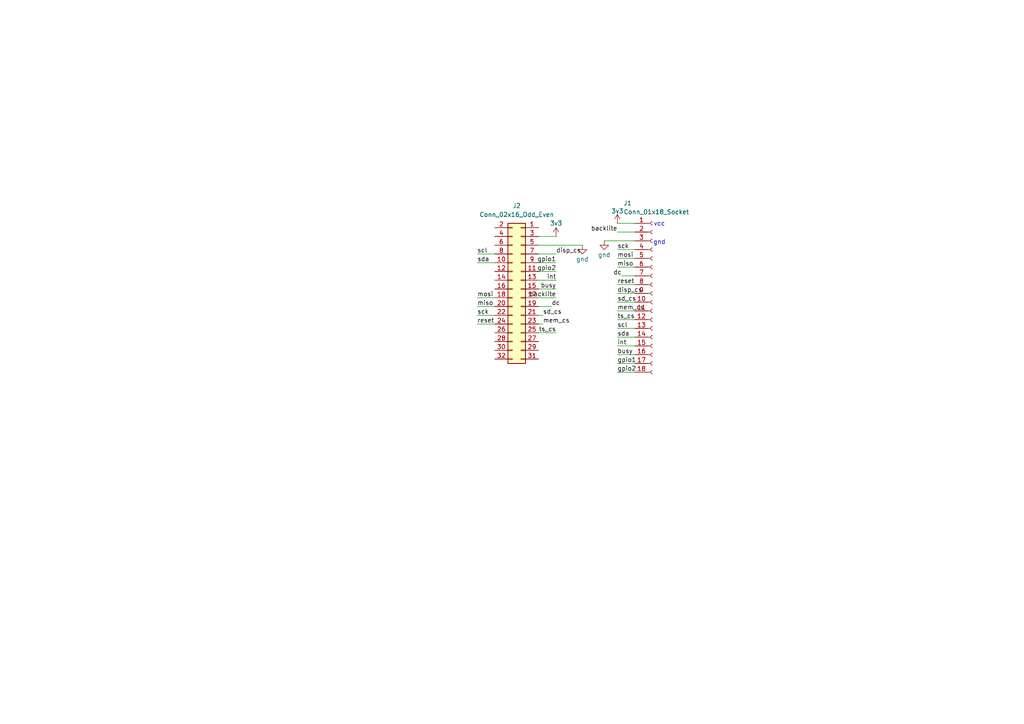
<source format=kicad_sch>
(kicad_sch (version 20250114) (generator "eeschema") (generator_version "9.0")
  (paper "A4")
  (lib_symbols
    (symbol "Connector:Conn_01x18_Socket" (pin_names (offset 1.016) (hide yes))
      (property "Reference" "J" (at 0 22.86 0))
      (property "Value" "Conn_01x18_Socket" (at 0 -25.4 0))
      (symbol "Conn_01x18_Socket_1_1"
        (polyline (pts (xy -1.27 20.32) (xy -0.508 20.32)) (stroke (width 0.1524)))
        (polyline (pts (xy -1.27 17.78) (xy -0.508 17.78)) (stroke (width 0.1524)))
        (polyline (pts (xy -1.27 15.24) (xy -0.508 15.24)) (stroke (width 0.1524)))
        (polyline (pts (xy -1.27 12.7) (xy -0.508 12.7)) (stroke (width 0.1524)))
        (polyline (pts (xy -1.27 10.16) (xy -0.508 10.16)) (stroke (width 0.1524)))
        (polyline (pts (xy -1.27 7.62) (xy -0.508 7.62)) (stroke (width 0.1524)))
        (polyline (pts (xy -1.27 5.08) (xy -0.508 5.08)) (stroke (width 0.1524)))
        (polyline (pts (xy -1.27 2.54) (xy -0.508 2.54)) (stroke (width 0.1524)))
        (polyline (pts (xy -1.27 0) (xy -0.508 0)) (stroke (width 0.1524)))
        (polyline (pts (xy -1.27 -2.54) (xy -0.508 -2.54)) (stroke (width 0.1524)))
        (polyline (pts (xy -1.27 -5.08) (xy -0.508 -5.08)) (stroke (width 0.1524)))
        (polyline (pts (xy -1.27 -7.62) (xy -0.508 -7.62)) (stroke (width 0.1524)))
        (polyline (pts (xy -1.27 -10.16) (xy -0.508 -10.16)) (stroke (width 0.1524)))
        (polyline (pts (xy -1.27 -12.7) (xy -0.508 -12.7)) (stroke (width 0.1524)))
        (polyline (pts (xy -1.27 -15.24) (xy -0.508 -15.24)) (stroke (width 0.1524)))
        (polyline (pts (xy -1.27 -17.78) (xy -0.508 -17.78)) (stroke (width 0.1524)))
        (polyline (pts (xy -1.27 -20.32) (xy -0.508 -20.32)) (stroke (width 0.1524)))
        (polyline (pts (xy -1.27 -22.86) (xy -0.508 -22.86)) (stroke (width 0.1524)))
        (arc (start 0 19.812) (mid -0.5058 20.32) (end 0 20.828) (stroke (width 0.1524)))
        (arc (start 0 17.272) (mid -0.5058 17.78) (end 0 18.288) (stroke (width 0.1524)))
        (arc (start 0 14.732) (mid -0.5058 15.24) (end 0 15.748) (stroke (width 0.1524)))
        (arc (start 0 12.192) (mid -0.5058 12.7) (end 0 13.208) (stroke (width 0.1524)))
        (arc (start 0 9.652) (mid -0.5058 10.16) (end 0 10.668) (stroke (width 0.1524)))
        (arc (start 0 7.112) (mid -0.5058 7.62) (end 0 8.128) (stroke (width 0.1524)))
        (arc (start 0 4.572) (mid -0.5058 5.08) (end 0 5.588) (stroke (width 0.1524)))
        (arc (start 0 2.032) (mid -0.5058 2.54) (end 0 3.048) (stroke (width 0.1524)))
        (arc (start 0 -0.508) (mid -0.5058 0) (end 0 0.508) (stroke (width 0.1524)))
        (arc (start 0 -3.048) (mid -0.5058 -2.54) (end 0 -2.032) (stroke (width 0.1524)))
        (arc (start 0 -5.588) (mid -0.5058 -5.08) (end 0 -4.572) (stroke (width 0.1524)))
        (arc (start 0 -8.128) (mid -0.5058 -7.62) (end 0 -7.112) (stroke (width 0.1524)))
        (arc (start 0 -10.668) (mid -0.5058 -10.16) (end 0 -9.652) (stroke (width 0.1524)))
        (arc (start 0 -13.208) (mid -0.5058 -12.7) (end 0 -12.192) (stroke (width 0.1524)))
        (arc (start 0 -15.748) (mid -0.5058 -15.24) (end 0 -14.732) (stroke (width 0.1524)))
        (arc (start 0 -18.288) (mid -0.5058 -17.78) (end 0 -17.272) (stroke (width 0.1524)))
        (arc (start 0 -20.828) (mid -0.5058 -20.32) (end 0 -19.812) (stroke (width 0.1524)))
        (arc (start 0 -23.368) (mid -0.5058 -22.86) (end 0 -22.352) (stroke (width 0.1524)))
        (pin passive line (at -5.08 20.32 0) (length 3.81) (name "Pin_1") (number "1"))
        (pin passive line (at -5.08 17.78 0) (length 3.81) (name "Pin_2") (number "2"))
        (pin passive line (at -5.08 15.24 0) (length 3.81) (name "Pin_3") (number "3"))
        (pin passive line (at -5.08 12.7 0) (length 3.81) (name "Pin_4") (number "4"))
        (pin passive line (at -5.08 10.16 0) (length 3.81) (name "Pin_5") (number "5"))
        (pin passive line (at -5.08 7.62 0) (length 3.81) (name "Pin_6") (number "6"))
        (pin passive line (at -5.08 5.08 0) (length 3.81) (name "Pin_7") (number "7"))
        (pin passive line (at -5.08 2.54 0) (length 3.81) (name "Pin_8") (number "8"))
        (pin passive line (at -5.08 0 0) (length 3.81) (name "Pin_9") (number "9"))
        (pin passive line (at -5.08 -2.54 0) (length 3.81) (name "Pin_10") (number "10"))
        (pin passive line (at -5.08 -5.08 0) (length 3.81) (name "Pin_11") (number "11"))
        (pin passive line (at -5.08 -7.62 0) (length 3.81) (name "Pin_12") (number "12"))
        (pin passive line (at -5.08 -10.16 0) (length 3.81) (name "Pin_13") (number "13"))
        (pin passive line (at -5.08 -12.7 0) (length 3.81) (name "Pin_14") (number "14"))
        (pin passive line (at -5.08 -15.24 0) (length 3.81) (name "Pin_15") (number "15"))
        (pin passive line (at -5.08 -17.78 0) (length 3.81) (name "Pin_16") (number "16"))
        (pin passive line (at -5.08 -20.32 0) (length 3.81) (name "Pin_17") (number "17"))
        (pin passive line (at -5.08 -22.86 0) (length 3.81) (name "Pin_18") (number "18"))
      )
    )
    (symbol "Connector_Generic:Conn_02x16_Odd_Even" (pin_names (offset 1.016) (hide yes))
      (property "Reference" "J" (at 1.27 20.32 0))
      (property "Value" "Conn_02x16_Odd_Even" (at 1.27 -22.86 0))
      (symbol "Conn_02x16_Odd_Even_1_1"
        (rectangle (start -1.27 19.05) (end 3.81 -21.59) (stroke (width 0.254)) (fill (type background)))
        (rectangle (start -1.27 17.907) (end 0 17.653) (stroke (width 0.1524)))
        (rectangle (start -1.27 15.367) (end 0 15.113) (stroke (width 0.1524)))
        (rectangle (start -1.27 12.827) (end 0 12.573) (stroke (width 0.1524)))
        (rectangle (start -1.27 10.287) (end 0 10.033) (stroke (width 0.1524)))
        (rectangle (start -1.27 7.747) (end 0 7.493) (stroke (width 0.1524)))
        (rectangle (start -1.27 5.207) (end 0 4.953) (stroke (width 0.1524)))
        (rectangle (start -1.27 2.667) (end 0 2.413) (stroke (width 0.1524)))
        (rectangle (start -1.27 0.127) (end 0 -0.127) (stroke (width 0.1524)))
        (rectangle (start -1.27 -2.413) (end 0 -2.667) (stroke (width 0.1524)))
        (rectangle (start -1.27 -4.953) (end 0 -5.207) (stroke (width 0.1524)))
        (rectangle (start -1.27 -7.493) (end 0 -7.747) (stroke (width 0.1524)))
        (rectangle (start -1.27 -10.033) (end 0 -10.287) (stroke (width 0.1524)))
        (rectangle (start -1.27 -12.573) (end 0 -12.827) (stroke (width 0.1524)))
        (rectangle (start -1.27 -15.113) (end 0 -15.367) (stroke (width 0.1524)))
        (rectangle (start -1.27 -17.653) (end 0 -17.907) (stroke (width 0.1524)))
        (rectangle (start -1.27 -20.193) (end 0 -20.447) (stroke (width 0.1524)))
        (rectangle (start 3.81 17.907) (end 2.54 17.653) (stroke (width 0.1524)))
        (rectangle (start 3.81 15.367) (end 2.54 15.113) (stroke (width 0.1524)))
        (rectangle (start 3.81 12.827) (end 2.54 12.573) (stroke (width 0.1524)))
        (rectangle (start 3.81 10.287) (end 2.54 10.033) (stroke (width 0.1524)))
        (rectangle (start 3.81 7.747) (end 2.54 7.493) (stroke (width 0.1524)))
        (rectangle (start 3.81 5.207) (end 2.54 4.953) (stroke (width 0.1524)))
        (rectangle (start 3.81 2.667) (end 2.54 2.413) (stroke (width 0.1524)))
        (rectangle (start 3.81 0.127) (end 2.54 -0.127) (stroke (width 0.1524)))
        (rectangle (start 3.81 -2.413) (end 2.54 -2.667) (stroke (width 0.1524)))
        (rectangle (start 3.81 -4.953) (end 2.54 -5.207) (stroke (width 0.1524)))
        (rectangle (start 3.81 -7.493) (end 2.54 -7.747) (stroke (width 0.1524)))
        (rectangle (start 3.81 -10.033) (end 2.54 -10.287) (stroke (width 0.1524)))
        (rectangle (start 3.81 -12.573) (end 2.54 -12.827) (stroke (width 0.1524)))
        (rectangle (start 3.81 -15.113) (end 2.54 -15.367) (stroke (width 0.1524)))
        (rectangle (start 3.81 -17.653) (end 2.54 -17.907) (stroke (width 0.1524)))
        (rectangle (start 3.81 -20.193) (end 2.54 -20.447) (stroke (width 0.1524)))
        (pin passive line (at -5.08 17.78 0) (length 3.81) (name "Pin_1") (number "1"))
        (pin passive line (at -5.08 15.24 0) (length 3.81) (name "Pin_3") (number "3"))
        (pin passive line (at -5.08 12.7 0) (length 3.81) (name "Pin_5") (number "5"))
        (pin passive line (at -5.08 10.16 0) (length 3.81) (name "Pin_7") (number "7"))
        (pin passive line (at -5.08 7.62 0) (length 3.81) (name "Pin_9") (number "9"))
        (pin passive line (at -5.08 5.08 0) (length 3.81) (name "Pin_11") (number "11"))
        (pin passive line (at -5.08 2.54 0) (length 3.81) (name "Pin_13") (number "13"))
        (pin passive line (at -5.08 0 0) (length 3.81) (name "Pin_15") (number "15"))
        (pin passive line (at -5.08 -2.54 0) (length 3.81) (name "Pin_17") (number "17"))
        (pin passive line (at -5.08 -5.08 0) (length 3.81) (name "Pin_19") (number "19"))
        (pin passive line (at -5.08 -7.62 0) (length 3.81) (name "Pin_21") (number "21"))
        (pin passive line (at -5.08 -10.16 0) (length 3.81) (name "Pin_23") (number "23"))
        (pin passive line (at -5.08 -12.7 0) (length 3.81) (name "Pin_25") (number "25"))
        (pin passive line (at -5.08 -15.24 0) (length 3.81) (name "Pin_27") (number "27"))
        (pin passive line (at -5.08 -17.78 0) (length 3.81) (name "Pin_29") (number "29"))
        (pin passive line (at -5.08 -20.32 0) (length 3.81) (name "Pin_31") (number "31"))
        (pin passive line (at 7.62 17.78 180) (length 3.81) (name "Pin_2") (number "2"))
        (pin passive line (at 7.62 15.24 180) (length 3.81) (name "Pin_4") (number "4"))
        (pin passive line (at 7.62 12.7 180) (length 3.81) (name "Pin_6") (number "6"))
        (pin passive line (at 7.62 10.16 180) (length 3.81) (name "Pin_8") (number "8"))
        (pin passive line (at 7.62 7.62 180) (length 3.81) (name "Pin_10") (number "10"))
        (pin passive line (at 7.62 5.08 180) (length 3.81) (name "Pin_12") (number "12"))
        (pin passive line (at 7.62 2.54 180) (length 3.81) (name "Pin_14") (number "14"))
        (pin passive line (at 7.62 0 180) (length 3.81) (name "Pin_16") (number "16"))
        (pin passive line (at 7.62 -2.54 180) (length 3.81) (name "Pin_18") (number "18"))
        (pin passive line (at 7.62 -5.08 180) (length 3.81) (name "Pin_20") (number "20"))
        (pin passive line (at 7.62 -7.62 180) (length 3.81) (name "Pin_22") (number "22"))
        (pin passive line (at 7.62 -10.16 180) (length 3.81) (name "Pin_24") (number "24"))
        (pin passive line (at 7.62 -12.7 180) (length 3.81) (name "Pin_26") (number "26"))
        (pin passive line (at 7.62 -15.24 180) (length 3.81) (name "Pin_28") (number "28"))
        (pin passive line (at 7.62 -17.78 180) (length 3.81) (name "Pin_30") (number "30"))
        (pin passive line (at 7.62 -20.32 180) (length 3.81) (name "Pin_32") (number "32"))
      )
    )
    (symbol "power:+3V3" (power) (pin_numbers (hide yes)) (pin_names (offset 0) (hide yes))
      (property "Value" "+3V3" (at 0 3.556 0))
      (symbol "+3V3_0_1"
        (polyline (pts (xy -0.762 1.27) (xy 0 2.54)))
        (polyline (pts (xy 0 2.54) (xy 0.762 1.27)))
        (polyline (pts (xy 0 0) (xy 0 2.54)))
      )
      (symbol "+3V3_1_1"
        (pin power_in line (at 0 0 90) (length 0) (name "~") (number "1"))
      )
    )
    (symbol "power:GND" (power) (pin_numbers (hide yes)) (pin_names (offset 0) (hide yes))
      (property "Value" "GND" (at 0 -3.81 0))
      (symbol "GND_0_1"
        (polyline (pts (xy 0 0) (xy 0 -1.27) (xy 1.27 -1.27) (xy 0 -2.54) (xy -1.27 -1.27) (xy 0 -1.27)))
      )
      (symbol "GND_1_1"
        (pin power_in line (at 0 0 270) (length 0) (name "~") (number "1"))
      )
    )
  )
  (text "gnd" (at 191.262 70.358 0) (effects (font (size 1.27 1.27))))
  (text "vcc" (at 191.262 65.024 0) (effects (font (size 1.27 1.27))))
  (wire (pts (xy 179.07 74.93) (xy 184.15 74.93)))
  (wire (pts (xy 179.07 95.25) (xy 184.15 95.25)))
  (wire (pts (xy 179.07 64.77) (xy 184.15 64.77)))
  (wire (pts (xy 184.15 72.39) (xy 179.07 72.39)))
  (wire (pts (xy 179.07 87.63) (xy 184.15 87.63)))
  (wire (pts (xy 138.43 93.98) (xy 143.51 93.98)))
  (wire (pts (xy 161.29 78.74) (xy 156.21 78.74)))
  (wire (pts (xy 161.29 86.36) (xy 156.21 86.36)))
  (wire (pts (xy 179.07 102.87) (xy 184.15 102.87)))
  (wire (pts (xy 161.29 76.2) (xy 156.21 76.2)))
  (wire (pts (xy 179.07 92.71) (xy 184.15 92.71)))
  (wire (pts (xy 179.07 85.09) (xy 184.15 85.09)))
  (wire (pts (xy 184.15 69.85) (xy 175.26 69.85)))
  (wire (pts (xy 184.15 80.01) (xy 180.34 80.01)))
  (wire (pts (xy 160.02 88.9) (xy 156.21 88.9)))
  (wire (pts (xy 179.07 77.47) (xy 184.15 77.47)))
  (wire (pts (xy 161.29 96.52) (xy 156.21 96.52)))
  (wire (pts (xy 157.48 93.98) (xy 156.21 93.98)))
  (wire (pts (xy 156.21 81.28) (xy 161.29 81.28)))
  (wire (pts (xy 179.07 100.33) (xy 184.15 100.33)))
  (wire (pts (xy 138.43 73.66) (xy 143.51 73.66)))
  (wire (pts (xy 138.43 86.36) (xy 143.51 86.36)))
  (wire (pts (xy 138.43 88.9) (xy 143.51 88.9)))
  (wire (pts (xy 179.07 97.79) (xy 184.15 97.79)))
  (wire (pts (xy 184.15 67.31) (xy 179.07 67.31)))
  (wire (pts (xy 179.07 105.41) (xy 184.15 105.41)))
  (wire (pts (xy 138.43 76.2) (xy 143.51 76.2)))
  (wire (pts (xy 156.21 68.58) (xy 161.29 68.58)))
  (wire (pts (xy 138.43 91.44) (xy 143.51 91.44)))
  (wire (pts (xy 156.21 71.12) (xy 168.91 71.12)))
  (wire (pts (xy 179.07 107.95) (xy 184.15 107.95)))
  (wire (pts (xy 156.21 73.66) (xy 161.29 73.66)))
  (wire (pts (xy 156.21 91.44) (xy 157.48 91.44)))
  (wire (pts (xy 179.07 90.17) (xy 184.15 90.17)))
  (wire (pts (xy 161.29 83.82) (xy 156.21 83.82)))
  (wire (pts (xy 179.07 82.55) (xy 184.15 82.55)))
  (label "busy" (at 161.29 83.82 180))
  (label "mem_cs" (at 179.07 90.17 0))
  (label "sda" (at 138.43 76.2 0))
  (label "sd_cs" (at 179.07 87.63 0))
  (label "gpio1" (at 161.29 76.2 180))
  (label "disp_cs" (at 161.29 73.66 0))
  (label "reset" (at 138.43 93.98 0))
  (label "miso" (at 138.43 88.9 0))
  (label "mosi" (at 138.43 86.36 0))
  (label "sck" (at 179.07 72.39 0))
  (label "backlite" (at 161.29 86.36 180))
  (label "mem_cs" (at 157.48 93.98 0))
  (label "int" (at 161.29 81.28 180))
  (label "gpio2" (at 161.29 78.74 180))
  (label "backlite" (at 179.07 67.31 180))
  (label "reset" (at 179.07 82.55 0))
  (label "miso" (at 179.07 77.47 0))
  (label "gpio1" (at 179.07 105.41 0))
  (label "busy" (at 179.07 102.87 0))
  (label "scl" (at 179.07 95.25 0))
  (label "dc" (at 180.34 80.01 180))
  (label "dc" (at 160.02 88.9 0))
  (label "ts_cs" (at 161.29 96.52 180))
  (label "scl" (at 138.43 73.66 0))
  (label "gpio2" (at 179.07 107.95 0))
  (label "ts_cs" (at 179.07 92.71 0))
  (label "sck" (at 138.43 91.44 0))
  (label "disp_cs" (at 179.07 85.09 0))
  (label "sd_cs" (at 157.48 91.44 0))
  (label "sda" (at 179.07 97.79 0))
  (label "mosi" (at 179.07 74.93 0))
  (label "int" (at 179.07 100.33 0))
  (symbol (lib_id "power:GND") (at 168.91 71.12 0) (unit 1)
    (property "Reference" "#PWR03" (effects (hide yes)))
    (property "Value" "gnd" (at 168.91 75.184 0))
    (property "Description" "Power symbol creates a global label with name \"GND\" , ground" (effects (hide yes)))
  )
  (symbol (lib_id "power:+3V3") (at 161.29 68.58 0) (unit 1)
    (property "Reference" "#PWR01" (effects (hide yes)))
    (property "Value" "3v3" (at 161.29 64.77 0))
    (property "Description" "Power symbol creates a global label with name \"+3V3\"" (effects (hide yes)))
  )
  (symbol (lib_id "power:GND") (at 175.26 69.85 0) (unit 1)
    (property "Reference" "#PWR04" (effects (hide yes)))
    (property "Value" "gnd" (at 175.26 73.914 0))
    (property "Description" "Power symbol creates a global label with name \"GND\" , ground" (effects (hide yes)))
  )
  (symbol (lib_id "Connector:Conn_01x18_Socket") (at 189.23 85.09 0) (unit 1)
    (property "Reference" "J1" (at 180.848 58.928 0) (effects (justify left)))
    (property "Value" "Conn_01x18_Socket" (at 180.848 61.468 0) (effects (justify left)))
    (property "Footprint" "Connector_FFC-FPC:Hirose_FH12-18S-0.5SH_1x18-1MP_P0.50mm_Horizontal" (effects (hide yes)))
    (property "Description" "Generic connector, single row, 01x18, script generated" (effects (hide yes)))
  )
  (symbol (lib_id "Connector_Generic:Conn_02x16_Odd_Even") (at 151.13 83.82 0) (mirror y) (unit 1)
    (property "Reference" "J2" (at 149.86 59.69 0))
    (property "Value" "Conn_02x16_Odd_Even" (at 149.86 62.23 0))
    (property "Footprint" "Connector_PinHeader_2.54mm:PinHeader_2x16_P2.54mm_Vertical_SMD" (effects (hide yes)))
    (property "Description" "Generic connector, double row, 02x16, odd/even pin numbering scheme (row 1 odd numbers, row 2 even numbers), script generated (kicad-library-utils/schlib/autogen/connector/)" (effects (hide yes)))
  )
  (symbol (lib_id "power:+3V3") (at 179.07 64.77 0) (unit 1)
    (property "Reference" "#PWR02" (effects (hide yes)))
    (property "Value" "3v3" (at 179.07 61.214 0))
    (property "Description" "Power symbol creates a global label with name \"+3V3\"" (effects (hide yes)))
  )
)
</source>
